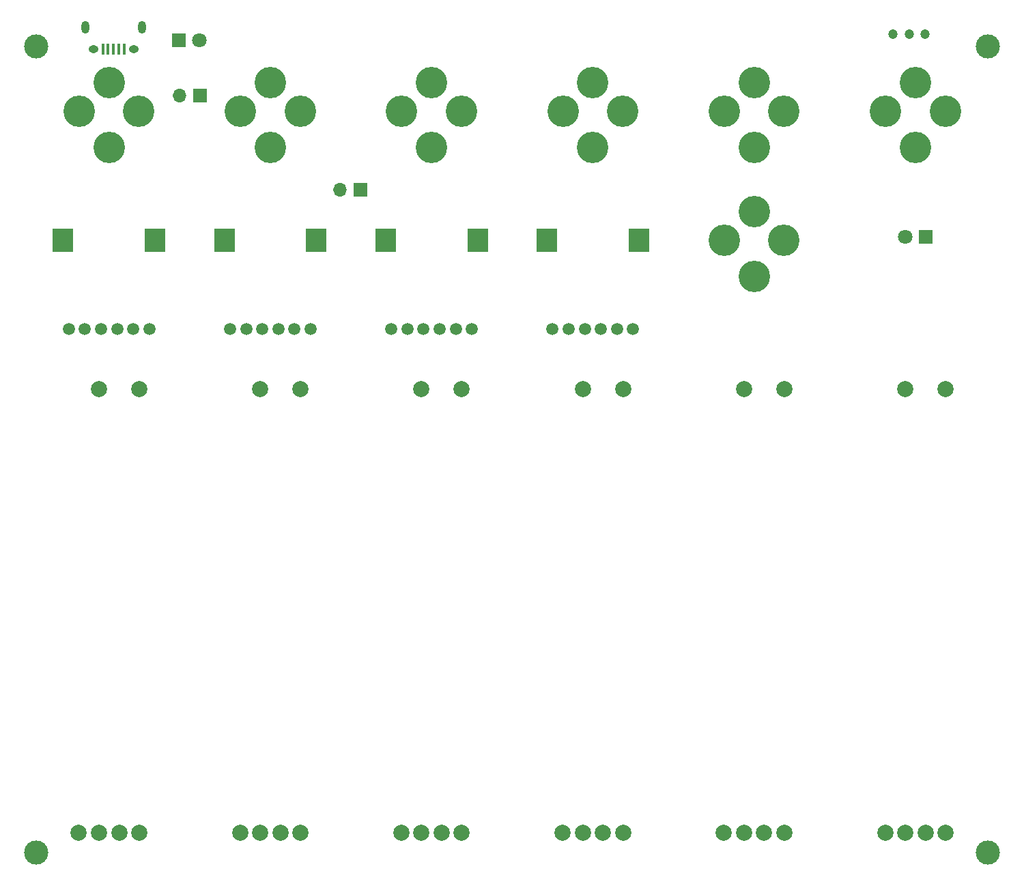
<source format=gts>
G04 #@! TF.FileFunction,Soldermask,Top*
%FSLAX46Y46*%
G04 Gerber Fmt 4.6, Leading zero omitted, Abs format (unit mm)*
G04 Created by KiCad (PCBNEW 4.0.6) date Fri Jul 14 20:21:39 2017*
%MOMM*%
%LPD*%
G01*
G04 APERTURE LIST*
%ADD10C,0.100000*%
%ADD11C,3.900000*%
%ADD12C,3.000000*%
%ADD13R,2.600000X3.000000*%
%ADD14C,1.500000*%
%ADD15R,1.800000X1.800000*%
%ADD16C,1.800000*%
%ADD17R,1.700000X1.700000*%
%ADD18O,1.700000X1.700000*%
%ADD19R,0.400000X1.350000*%
%ADD20O,1.250000X0.950000*%
%ADD21O,1.000000X1.550000*%
%ADD22C,2.000000*%
%ADD23C,1.200000*%
G04 APERTURE END LIST*
D10*
D11*
X103300000Y-116000000D03*
X107000000Y-112500000D03*
X107000000Y-120500000D03*
X110700000Y-116000000D03*
D12*
X18000000Y-92000000D03*
D11*
X123300000Y-100000000D03*
X127000000Y-96500000D03*
X127000000Y-104500000D03*
X130700000Y-100000000D03*
X23300000Y-100000000D03*
X27000000Y-96500000D03*
X27000000Y-104500000D03*
X30700000Y-100000000D03*
X43300000Y-100000000D03*
X47000000Y-96500000D03*
X47000000Y-104500000D03*
X50700000Y-100000000D03*
X63300000Y-100000000D03*
X67000000Y-96500000D03*
X67000000Y-104500000D03*
X70700000Y-100000000D03*
X83300000Y-100000000D03*
X87000000Y-96500000D03*
X87000000Y-104500000D03*
X90700000Y-100000000D03*
X103300000Y-100000000D03*
X107000000Y-96500000D03*
X107000000Y-104500000D03*
X110700000Y-100000000D03*
D13*
X52700000Y-116000000D03*
D14*
X42000000Y-127000000D03*
X44000000Y-127000000D03*
X46000000Y-127000000D03*
X48000000Y-127000000D03*
X50000000Y-127000000D03*
X52000000Y-127000000D03*
D13*
X41300000Y-116000000D03*
X32700000Y-116000000D03*
D14*
X22000000Y-127000000D03*
X24000000Y-127000000D03*
X26000000Y-127000000D03*
X28000000Y-127000000D03*
X30000000Y-127000000D03*
X32000000Y-127000000D03*
D13*
X21300000Y-116000000D03*
X72700000Y-116000000D03*
D14*
X62000000Y-127000000D03*
X64000000Y-127000000D03*
X66000000Y-127000000D03*
X68000000Y-127000000D03*
X70000000Y-127000000D03*
X72000000Y-127000000D03*
D13*
X61300000Y-116000000D03*
X92700000Y-116000000D03*
D14*
X82000000Y-127000000D03*
X84000000Y-127000000D03*
X86000000Y-127000000D03*
X88000000Y-127000000D03*
X90000000Y-127000000D03*
X92000000Y-127000000D03*
D13*
X81300000Y-116000000D03*
D15*
X35671000Y-91184000D03*
D16*
X38211000Y-91184000D03*
D17*
X38320000Y-98034000D03*
D18*
X35780000Y-98034000D03*
D17*
X58150000Y-109726000D03*
D18*
X55610000Y-109726000D03*
D15*
X128254000Y-115568000D03*
D16*
X125714000Y-115568000D03*
D12*
X18000000Y-192000000D03*
X136000000Y-192000000D03*
X136000000Y-92000000D03*
D19*
X28843000Y-92280000D03*
X28193000Y-92280000D03*
X27543000Y-92280000D03*
X26893000Y-92280000D03*
X26243000Y-92280000D03*
D20*
X30043000Y-92280000D03*
X25043000Y-92280000D03*
D21*
X31043000Y-89580000D03*
X24043000Y-89580000D03*
D22*
X125750000Y-189500000D03*
X123250000Y-189500000D03*
X125750000Y-134500000D03*
X128250000Y-189500000D03*
X130750000Y-189500000D03*
X130750000Y-134500000D03*
X85750000Y-189500000D03*
X83250000Y-189500000D03*
X85750000Y-134500000D03*
X88250000Y-189500000D03*
X90750000Y-189500000D03*
X90750000Y-134500000D03*
X105750000Y-189500000D03*
X103250000Y-189500000D03*
X105750000Y-134500000D03*
X108250000Y-189500000D03*
X110750000Y-189500000D03*
X110750000Y-134500000D03*
X65750000Y-189500000D03*
X63250000Y-189500000D03*
X65750000Y-134500000D03*
X68250000Y-189500000D03*
X70750000Y-189500000D03*
X70750000Y-134500000D03*
X45750000Y-189500000D03*
X43250000Y-189500000D03*
X45750000Y-134500000D03*
X48250000Y-189500000D03*
X50750000Y-189500000D03*
X50750000Y-134500000D03*
X25750000Y-189500000D03*
X23250000Y-189500000D03*
X25750000Y-134500000D03*
X28250000Y-189500000D03*
X30750000Y-189500000D03*
X30750000Y-134500000D03*
D23*
X128222000Y-90422000D03*
X126222000Y-90422000D03*
X124222000Y-90422000D03*
M02*

</source>
